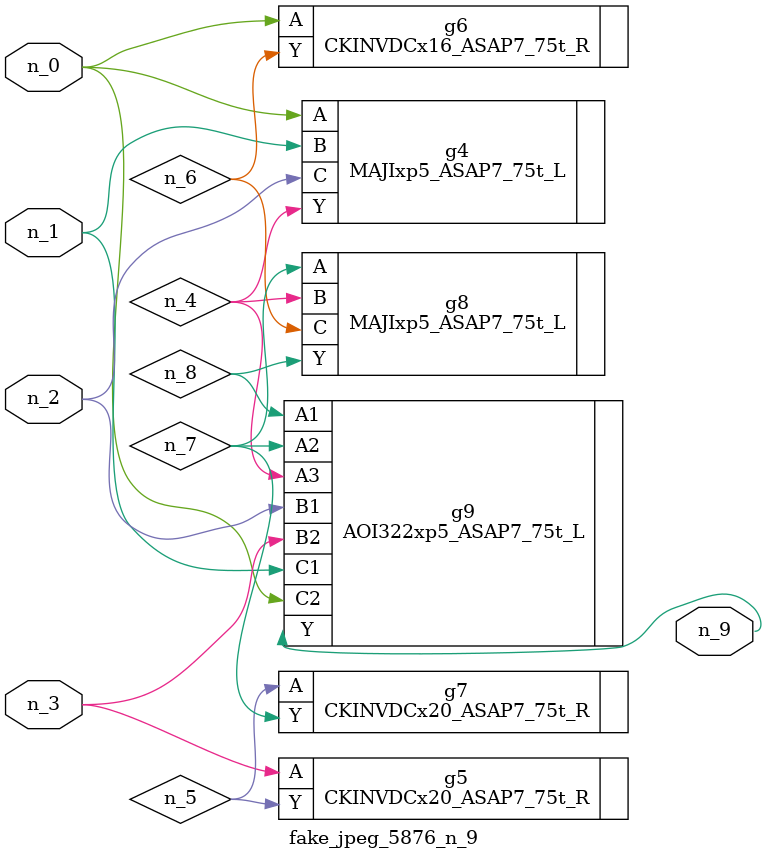
<source format=v>
module fake_jpeg_5876_n_9 (n_0, n_3, n_2, n_1, n_9);

input n_0;
input n_3;
input n_2;
input n_1;

output n_9;

wire n_4;
wire n_8;
wire n_6;
wire n_5;
wire n_7;

MAJIxp5_ASAP7_75t_L g4 ( 
.A(n_0),
.B(n_1),
.C(n_2),
.Y(n_4)
);

CKINVDCx20_ASAP7_75t_R g5 ( 
.A(n_3),
.Y(n_5)
);

CKINVDCx16_ASAP7_75t_R g6 ( 
.A(n_0),
.Y(n_6)
);

CKINVDCx20_ASAP7_75t_R g7 ( 
.A(n_5),
.Y(n_7)
);

MAJIxp5_ASAP7_75t_L g8 ( 
.A(n_7),
.B(n_4),
.C(n_6),
.Y(n_8)
);

AOI322xp5_ASAP7_75t_L g9 ( 
.A1(n_8),
.A2(n_7),
.A3(n_4),
.B1(n_2),
.B2(n_3),
.C1(n_1),
.C2(n_0),
.Y(n_9)
);


endmodule
</source>
